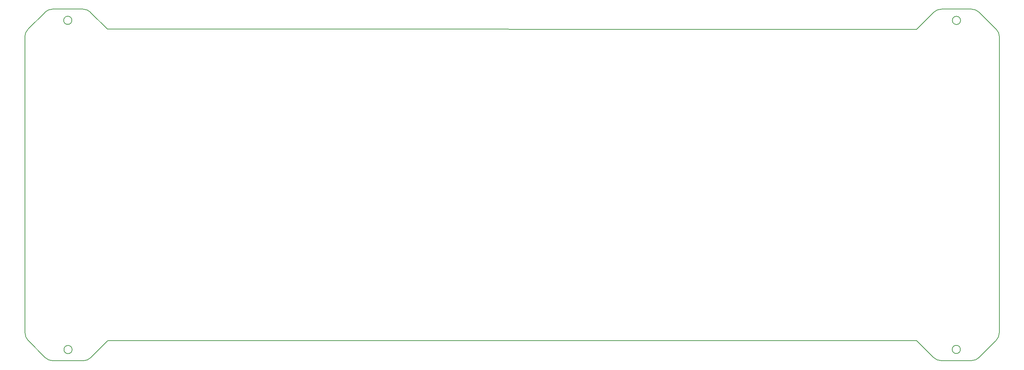
<source format=gbr>
%TF.GenerationSoftware,KiCad,Pcbnew,(6.0.7)*%
%TF.CreationDate,2023-01-05T12:45:50+01:00*%
%TF.ProjectId,lumpen backplate,6c756d70-656e-4206-9261-636b706c6174,rev?*%
%TF.SameCoordinates,Original*%
%TF.FileFunction,Paste,Bot*%
%TF.FilePolarity,Positive*%
%FSLAX46Y46*%
G04 Gerber Fmt 4.6, Leading zero omitted, Abs format (unit mm)*
G04 Created by KiCad (PCBNEW (6.0.7)) date 2023-01-05 12:45:50*
%MOMM*%
%LPD*%
G01*
G04 APERTURE LIST*
%TA.AperFunction,Profile*%
%ADD10C,0.200000*%
%TD*%
G04 APERTURE END LIST*
D10*
X33287290Y-128781256D02*
X25917546Y-128781256D01*
X39350957Y-123825611D02*
X35178801Y-127997767D01*
X25855692Y-42668887D02*
G75*
G03*
X23964181Y-43452380I8J-2675013D01*
G01*
X19102418Y-121966128D02*
X19040564Y-49484019D01*
X236913960Y-123824293D02*
X39350957Y-123825611D01*
X252245970Y-43472322D02*
G75*
G03*
X250354482Y-42688810I-1891570J-1891578D01*
G01*
X242984738Y-42688823D02*
G75*
G03*
X241096372Y-43469515I-38J-2674077D01*
G01*
X252245993Y-43472299D02*
X256386121Y-47612427D01*
X39257075Y-47592508D02*
X236956244Y-47609643D01*
X236956244Y-47609643D02*
X241096372Y-43469515D01*
X30540436Y-45418891D02*
G75*
G03*
X30540436Y-45418891I-1000000J0D01*
G01*
X250315343Y-128747910D02*
X242945599Y-128747910D01*
X30602546Y-126031256D02*
G75*
G03*
X30602546Y-126031256I-1000000J0D01*
G01*
X25855692Y-42668891D02*
X33225436Y-42668891D01*
X257169610Y-49503938D02*
X257130471Y-121932782D01*
X247669482Y-45438810D02*
G75*
G03*
X247669482Y-45438810I-1000000J0D01*
G01*
X250315343Y-128747926D02*
G75*
G03*
X252206854Y-127964421I57J2674826D01*
G01*
X241054108Y-127964401D02*
G75*
G03*
X242945599Y-128747910I1891492J1891401D01*
G01*
X35116939Y-43452388D02*
G75*
G03*
X33225436Y-42668891I-1891439J-1891312D01*
G01*
X256346997Y-123824308D02*
G75*
G03*
X257130471Y-121932782I-1891797J1891608D01*
G01*
X256346982Y-123824293D02*
X252206854Y-127964421D01*
X33287290Y-128781221D02*
G75*
G03*
X35178801Y-127997767I110J2674821D01*
G01*
X24026035Y-127997767D02*
X19885907Y-123857639D01*
X242984738Y-42688810D02*
X250354482Y-42688810D01*
X241054088Y-127964421D02*
X236913960Y-123824293D01*
X24026051Y-127997751D02*
G75*
G03*
X25917546Y-128781256I1891549J1891551D01*
G01*
X19824057Y-47592512D02*
G75*
G03*
X19040564Y-49484019I1891443J-1891488D01*
G01*
X19824053Y-47592508D02*
X23964181Y-43452380D01*
X35116947Y-43452380D02*
X39257075Y-47592508D01*
X247630599Y-125997910D02*
G75*
G03*
X247630599Y-125997910I-1000000J0D01*
G01*
X257169605Y-49503938D02*
G75*
G03*
X256386121Y-47612427I-2675405J-162D01*
G01*
X19102451Y-121966128D02*
G75*
G03*
X19885907Y-123857639I2675149J28D01*
G01*
M02*

</source>
